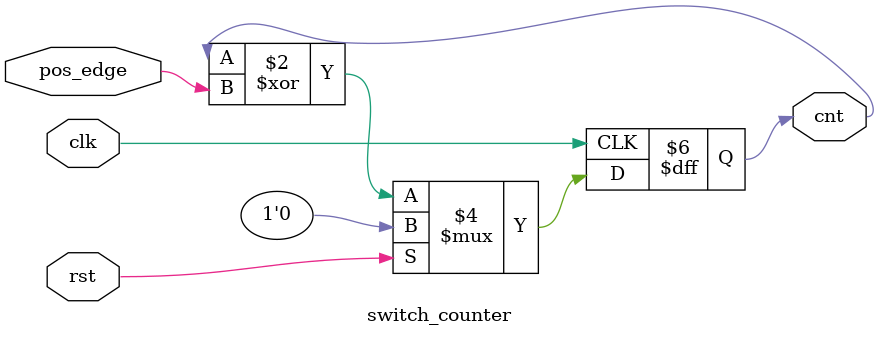
<source format=v>
`timescale 1ns / 1ps


module switch_counter(
	output reg cnt,
	input rst,
	input clk,
	input pos_edge
    );
	always @(posedge clk) begin
		if (rst) cnt <= 1'b0;
		else cnt <= cnt ^ pos_edge;
	end
endmodule

</source>
